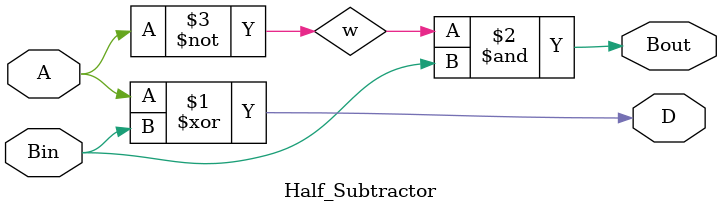
<source format=v>
`timescale 1ns / 1ps


module Half_Subtractor(input A, Bin, output D, Bout);
  wire w;

  // Logic
  xor G1(D, A, Bin);
  not G2(w, A);
  and G3(Bout, w, Bin); 

endmodule

</source>
